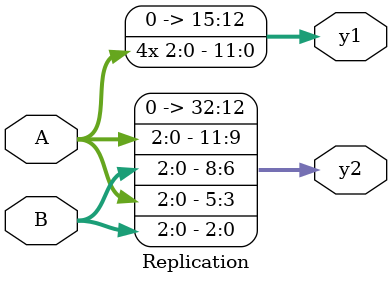
<source format=v>
module Replication(
  input [2:0] A, B,
  output reg [15:0] y1,
  output reg [32:0] y2
);
  always@* begin
    y1 = {4{A}};  
    y2 = {2{A, B}};
  end
endmodule

</source>
